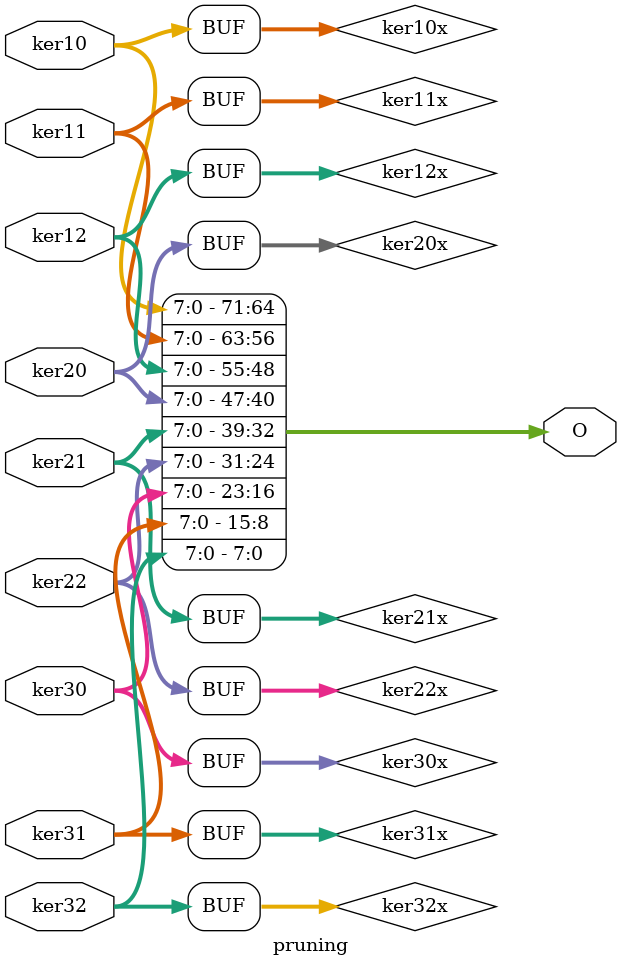
<source format=v>
`timescale 1ns / 1ps
module pruning(
input [7:0] ker10, ker11, ker12, ker20, ker21, ker22, ker30, ker31, ker32, 
output [71:0]O
    );

  wire [7:0] ker10x, ker11x, ker12x, ker20x, ker21x, ker22x, ker30x, ker31x, ker32x ;  
   
//assign ker10x = (ker10 >= -8'b11001001 && ker10 <= 8'b00110111) ? ker10 : 8'd0;
//assign ker11x = (ker11 >= -8'b11001001 && ker11 <= 8'b00110111) ? ker11 : 8'd0;
//assign ker12x = (ker12 >= -8'b11001001 && ker12 <= 8'b00110111) ? ker12 : 8'd0;
//assign ker20x = (ker20 >= -8'b11001001 && ker20 <= 8'b00110111) ? ker20 : 8'd0;
//assign ker21x = (ker21 >= -8'b11001001 && ker21 <= 8'b00110111) ? ker21 : 8'd0;
//assign ker22x = (ker22 >= -8'b11001001 && ker22 <= 8'b00110111) ? ker22 : 8'd0;
//assign ker30x = (ker30 >= -8'b11001001 && ker30 <= 8'b00110111) ? ker30 : 8'd0;
//assign ker31x = (ker31 >= -8'b11001001 && ker31 <= 8'b00110111) ? ker31 : 8'd0;
//assign ker32x = (ker32 >= -8'b11001001 && ker32 <= 8'b00110111) ? ker32 : 8'd0;

assign ker10x = (ker10 >= -8'b11001001 && ker10 <= 8'b00110111) ? ker10 : ker10;
assign ker11x = (ker11 >= -8'b11001001 && ker11 <= 8'b00110111) ? ker11 : ker11;
assign ker12x = (ker12 >= -8'b11001001 && ker12 <= 8'b00110111) ? ker12 : ker12;
assign ker20x = (ker20 >= -8'b11001001 && ker20 <= 8'b00110111) ? ker20 : ker20;
assign ker21x = (ker21 >= -8'b11001001 && ker21 <= 8'b00110111) ? ker21 : ker21;
assign ker22x = (ker22 >= -8'b11001001 && ker22 <= 8'b00110111) ? ker22 : ker22;
assign ker30x = (ker30 >= -8'b11001001 && ker30 <= 8'b00110111) ? ker30 : ker30;
assign ker31x = (ker31 >= -8'b11001001 && ker31 <= 8'b00110111) ? ker31 : ker31;
assign ker32x = (ker32 >= -8'b11001001 && ker32 <= 8'b00110111) ? ker32 : ker32;
;
    
    
    assign O = {ker10x, ker11x, ker12x, ker20x, ker21x, ker22x, ker30x, ker31x, ker32x}; 
endmodule

</source>
